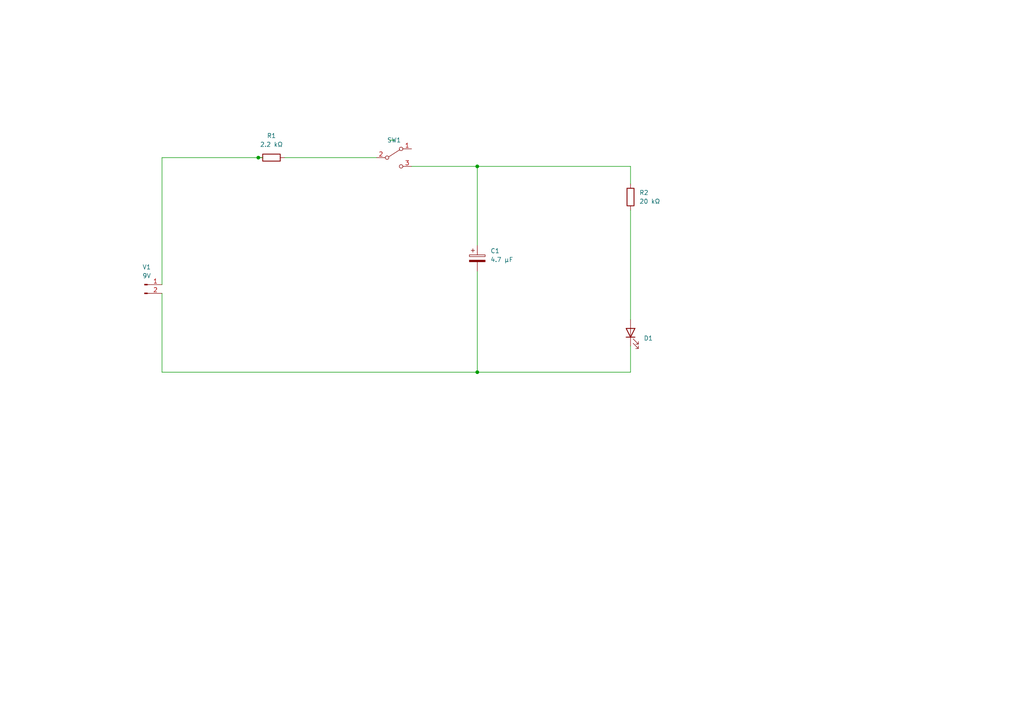
<source format=kicad_sch>
(kicad_sch (version 20211123) (generator eeschema)
  (paper "A4")
  (lib_symbols
    (symbol "Connector:Conn_01x02_Male" (pin_names (offset 1.016) hide)
      (property "Reference" "J" (at 0 2.54 0))
      (property "Value" "Conn_01x02_Male" (at 0 -5.08 0))
      (symbol "Conn_01x02_Male_1_1"
        (polyline (pts (xy 1.27 -2.54) (xy 0.8636 -2.54)) (stroke (width 0.1524)))
        (polyline (pts (xy 1.27 0) (xy 0.8636 0)) (stroke (width 0.1524)))
        (rectangle (start 0.8636 -2.413) (end 0 -2.667) (stroke (width 0.1524)) (fill (type outline)))
        (rectangle (start 0.8636 0.127) (end 0 -0.127) (stroke (width 0.1524)) (fill (type outline)))
        (pin passive line (at 5.08 0 180) (length 3.81) (name "Pin_1") (number "1"))
        (pin passive line (at 5.08 -2.54 180) (length 3.81) (name "Pin_2") (number "2"))
      )
    )
    (symbol "Device:C_Polarized" (pin_numbers hide) (pin_names (offset 0.254))
      (property "Reference" "C" (at 0.635 2.54 0))
      (property "Value" "C_Polarized" (at 0.635 -2.54 0))
      (symbol "C_Polarized_0_1"
        (rectangle (start -2.286 0.508) (end 2.286 1.016))
        (polyline (pts (xy -1.778 2.286) (xy -0.762 2.286)))
        (polyline (pts (xy -1.27 2.794) (xy -1.27 1.778)))
        (rectangle (start 2.286 -0.508) (end -2.286 -1.016) (fill (type outline)))
      )
      (symbol "C_Polarized_1_1"
        (pin passive line (at 0 3.81 270) (length 2.794) (name "~") (number "1"))
        (pin passive line (at 0 -3.81 90) (length 2.794) (name "~") (number "2"))
      )
    )
    (symbol "Device:LED" (pin_numbers hide) (pin_names (offset 1.016) hide)
      (property "Reference" "D" (at 0 2.54 0))
      (property "Value" "LED" (at 0 -2.54 0))
      (symbol "LED_0_1"
        (polyline (pts (xy -1.27 -1.27) (xy -1.27 1.27)) (stroke (width 0.254)))
        (polyline (pts (xy -1.27 0) (xy 1.27 0)))
        (polyline (pts (xy 1.27 -1.27) (xy 1.27 1.27) (xy -1.27 0) (xy 1.27 -1.27)) (stroke (width 0.254)))
        (polyline (pts (xy -3.048 -0.762) (xy -4.572 -2.286) (xy -3.81 -2.286) (xy -4.572 -2.286) (xy -4.572 -1.524)))
        (polyline (pts (xy -1.778 -0.762) (xy -3.302 -2.286) (xy -2.54 -2.286) (xy -3.302 -2.286) (xy -3.302 -1.524)))
      )
      (symbol "LED_1_1"
        (pin passive line (at -3.81 0 0) (length 2.54) (name "K") (number "1"))
        (pin passive line (at 3.81 0 180) (length 2.54) (name "A") (number "2"))
      )
    )
    (symbol "Device:R" (pin_numbers hide) (pin_names (offset 0))
      (property "Reference" "R" (at 2.032 0 90))
      (property "Value" "R" (at 0 0 90))
      (symbol "R_0_1"
        (rectangle (start -1.016 -2.54) (end 1.016 2.54) (stroke (width 0.254)))
      )
      (symbol "R_1_1"
        (pin passive line (at 0 3.81 270) (length 1.27) (name "~") (number "1"))
        (pin passive line (at 0 -3.81 90) (length 1.27) (name "~") (number "2"))
      )
    )
    (symbol "Switch:SW_SPDT" (pin_names (offset 0) hide)
      (property "Reference" "SW" (at 0 4.318 0))
      (property "Value" "SW_SPDT" (at 0 -5.08 0))
      (symbol "SW_SPDT_0_0"
        (circle (center -2.032 0) (radius 0.508))
        (circle (center 2.032 -2.54) (radius 0.508))
      )
      (symbol "SW_SPDT_0_1"
        (polyline (pts (xy -1.524 0.254) (xy 1.651 2.286)))
        (circle (center 2.032 2.54) (radius 0.508))
      )
      (symbol "SW_SPDT_1_1"
        (pin passive line (at 5.08 2.54 180) (length 2.54) (name "A") (number "1"))
        (pin passive line (at -5.08 0 0) (length 2.54) (name "B") (number "2"))
        (pin passive line (at 5.08 -2.54 180) (length 2.54) (name "C") (number "3"))
      )
    )
  )
  (junction (at 138.43 48.26))
  (junction (at 74.93 45.72))
  (junction (at 138.43 107.95))
  (wire (pts (xy 182.88 60.96) (xy 182.88 92.71)))
  (wire (pts (xy 119.38 48.26) (xy 138.43 48.26)))
  (wire (pts (xy 182.88 48.26) (xy 138.43 48.26)))
  (wire (pts (xy 74.93 45.72) (xy 76.2 45.72)))
  (wire (pts (xy 46.99 107.95) (xy 138.43 107.95)))
  (wire (pts (xy 113.03 40.64) (xy 114.3 40.64)))
  (wire (pts (xy 138.43 48.26) (xy 138.43 71.12)))
  (wire (pts (xy 182.88 100.33) (xy 182.88 107.95)))
  (wire (pts (xy 46.99 45.72) (xy 74.93 45.72)))
  (wire (pts (xy 138.43 78.74) (xy 138.43 107.95)))
  (wire (pts (xy 82.55 45.72) (xy 109.22 45.72)))
  (wire (pts (xy 46.99 85.09) (xy 46.99 107.95)))
  (wire (pts (xy 182.88 53.34) (xy 182.88 48.26)))
  (wire (pts (xy 138.43 107.95) (xy 182.88 107.95)))
  (wire (pts (xy 46.99 82.55) (xy 46.99 45.72)))
  (symbol (lib_id "Device:R") (at 182.88 57.15 0) (unit 1)
    (property "Reference" "R2" (at 185.42 55.8799 0) (effects (justify left)))
    (property "Value" "20 kΩ" (at 185.42 58.4199 0) (effects (justify left)))
    (property "Footprint" "Resistor_THT:R_Axial_DIN0516_L15.5mm_D5.0mm_P20.32mm_Horizontal" (effects hide))
  )
  (symbol (lib_id "Switch:SW_SPDT") (at 114.3 45.72 0) (unit 1)
    (property "Reference" "SW1" (at 114.3 40.64 0))
    (property "Value" "SW1" (effects hide))
    (property "Footprint" "Button_Switch_THT:SW_E-Switch_EG1224_SPDT_Angled" (effects hide))
  )
  (symbol (lib_id "Connector:Conn_01x02_Male") (at 41.91 82.55 0) (unit 1)
    (property "Reference" "V1" (at 42.545 77.47 0))
    (property "Value" "9V" (at 42.545 80.01 0))
    (property "Footprint" "Connector_JST:JST_PH_B2B-PH-K_1x02_P2.00mm_Vertical" (effects hide))
  )
  (symbol (lib_id "Device:C_Polarized") (at 138.43 74.93 0) (unit 1)
    (property "Reference" "C1" (at 142.24 72.7709 0) (effects (justify left)))
    (property "Value" "4.7 µF" (at 142.24 75.3109 0) (effects (justify left)))
    (property "Footprint" "Capacitor_THT:C_Radial_D5.0mm_H5.0mm_P2.00mm" (effects hide))
  )
  (symbol (lib_id "Device:R") (at 78.74 45.72 270) (unit 1)
    (property "Reference" "R1" (at 78.74 39.37 90))
    (property "Value" "2.2 kΩ" (at 78.74 41.91 90))
    (property "Footprint" "Resistor_THT:R_Axial_DIN0516_L15.5mm_D5.0mm_P20.32mm_Horizontal" (effects hide))
  )
  (symbol (lib_id "Device:LED") (at 182.88 96.52 90) (unit 1)
    (property "Reference" "D1" (at 186.69 98.1074 90) (effects (justify right)))
    (property "Value" "LED" (effects hide))
    (property "Footprint" "LED_THT:LED_D5.0mm" (effects hide))
  )
)
</source>
